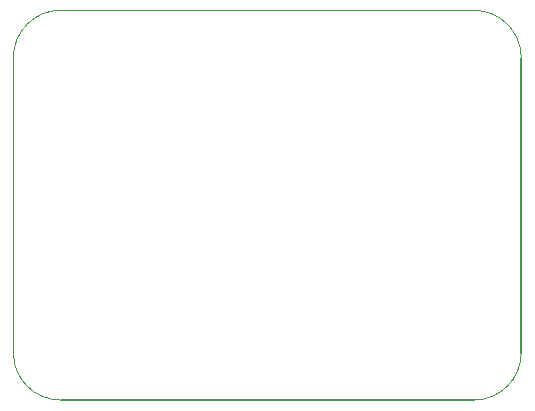
<source format=gbr>
%TF.GenerationSoftware,KiCad,Pcbnew,(6.0.9-0)*%
%TF.CreationDate,2022-12-10T19:00:02+01:00*%
%TF.ProjectId,KiCAD v6 Tutorial STM32,4b694341-4420-4763-9620-5475746f7269,rev?*%
%TF.SameCoordinates,Original*%
%TF.FileFunction,Profile,NP*%
%FSLAX46Y46*%
G04 Gerber Fmt 4.6, Leading zero omitted, Abs format (unit mm)*
G04 Created by KiCad (PCBNEW (6.0.9-0)) date 2022-12-10 19:00:02*
%MOMM*%
%LPD*%
G01*
G04 APERTURE LIST*
%TA.AperFunction,Profile*%
%ADD10C,0.100000*%
%TD*%
%TA.AperFunction,Profile*%
%ADD11C,0.200000*%
%TD*%
G04 APERTURE END LIST*
D10*
X127500000Y-56500000D02*
X162500000Y-56500000D01*
D11*
X162500000Y-89500000D02*
X127500000Y-89500000D01*
D10*
X123500000Y-85500000D02*
G75*
G03*
X127500000Y-89500000I4000000J0D01*
G01*
X166500000Y-60500000D02*
G75*
G03*
X162500000Y-56500000I-4000000J0D01*
G01*
X127500000Y-56500000D02*
G75*
G03*
X123500000Y-60500000I0J-4000000D01*
G01*
D11*
X166500000Y-60500000D02*
X166500000Y-85500000D01*
D10*
X162500000Y-89500000D02*
G75*
G03*
X166500000Y-85500000I0J4000000D01*
G01*
X123500000Y-85500000D02*
X123500000Y-60500000D01*
M02*

</source>
